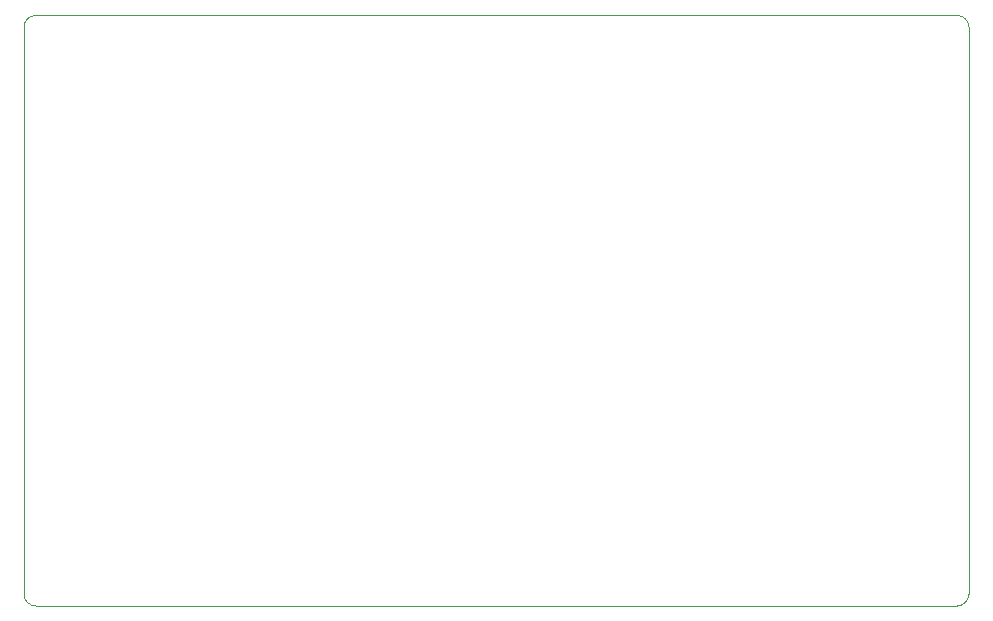
<source format=gbr>
%TF.GenerationSoftware,KiCad,Pcbnew,(6.0.5)*%
%TF.CreationDate,2022-06-11T19:55:53+02:00*%
%TF.ProjectId,SFP_Back2Back,5346505f-4261-4636-9b32-4261636b2e6b,2.0*%
%TF.SameCoordinates,Original*%
%TF.FileFunction,Profile,NP*%
%FSLAX46Y46*%
G04 Gerber Fmt 4.6, Leading zero omitted, Abs format (unit mm)*
G04 Created by KiCad (PCBNEW (6.0.5)) date 2022-06-11 19:55:53*
%MOMM*%
%LPD*%
G01*
G04 APERTURE LIST*
%TA.AperFunction,Profile*%
%ADD10C,0.050000*%
%TD*%
G04 APERTURE END LIST*
D10*
X180000000Y-101000000D02*
X180000000Y-149000000D01*
X181000000Y-150000000D02*
X259000000Y-150000000D01*
X180000000Y-149000000D02*
G75*
G03*
X181000000Y-150000000I1000000J0D01*
G01*
X260000000Y-149000000D02*
X260000000Y-101000000D01*
X181000000Y-100000000D02*
G75*
G03*
X180000000Y-101000000I0J-1000000D01*
G01*
X259000000Y-100000000D02*
X181000000Y-100000000D01*
X260000000Y-101000000D02*
G75*
G03*
X259000000Y-100000000I-1000000J0D01*
G01*
X259000000Y-150000000D02*
G75*
G03*
X260000000Y-149000000I0J1000000D01*
G01*
M02*

</source>
